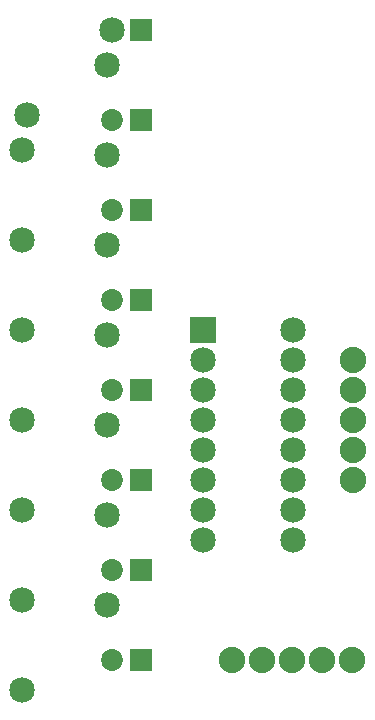
<source format=gts>
G04 MADE WITH FRITZING*
G04 WWW.FRITZING.ORG*
G04 DOUBLE SIDED*
G04 HOLES PLATED*
G04 CONTOUR ON CENTER OF CONTOUR VECTOR*
%ASAXBY*%
%FSLAX23Y23*%
%MOIN*%
%OFA0B0*%
%SFA1.0B1.0*%
%ADD10C,0.072992*%
%ADD11C,0.085000*%
%ADD12C,0.088000*%
%ADD13R,0.072992X0.072992*%
%ADD14R,0.085000X0.085000*%
%LNMASK1*%
G90*
G70*
G54D10*
X513Y2294D03*
X414Y2294D03*
X513Y794D03*
X414Y794D03*
X513Y1094D03*
X414Y1094D03*
X513Y194D03*
X414Y194D03*
X513Y494D03*
X414Y494D03*
X513Y1394D03*
X414Y1394D03*
X513Y1694D03*
X414Y1694D03*
X513Y1994D03*
X414Y1994D03*
G54D11*
X717Y1294D03*
X1017Y1294D03*
X717Y1194D03*
X1017Y1194D03*
X717Y1094D03*
X1017Y1094D03*
X717Y994D03*
X1017Y994D03*
X717Y894D03*
X1017Y894D03*
X717Y794D03*
X1017Y794D03*
X717Y694D03*
X1017Y694D03*
X717Y594D03*
X1017Y594D03*
G54D12*
X1214Y194D03*
X1114Y194D03*
X1014Y194D03*
X914Y194D03*
X814Y194D03*
X1217Y794D03*
X1217Y894D03*
X1217Y994D03*
X1217Y1094D03*
X1217Y1194D03*
G54D11*
X131Y2011D03*
X414Y2294D03*
X114Y1894D03*
X397Y2177D03*
X114Y1594D03*
X397Y1877D03*
X114Y1294D03*
X397Y1577D03*
X114Y994D03*
X397Y1277D03*
X114Y694D03*
X397Y977D03*
X114Y394D03*
X397Y677D03*
X114Y94D03*
X397Y377D03*
G54D13*
X513Y2294D03*
X513Y794D03*
X513Y1094D03*
X513Y194D03*
X513Y494D03*
X513Y1394D03*
X513Y1694D03*
X513Y1994D03*
G54D14*
X717Y1294D03*
G04 End of Mask1*
M02*
</source>
